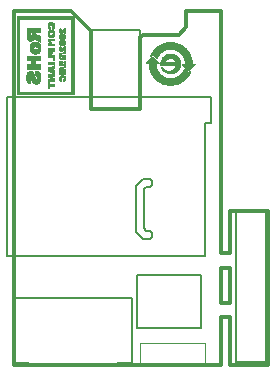
<source format=gbr>
G04 ================== begin FILE IDENTIFICATION RECORD ==================*
G04 Layout Name:  STEVAL-STLCR01V1.brd*
G04 Film Name:    STEVAL-STLCR01V1-08SSB.GBR*
G04 File Format:  Gerber RS274X*
G04 File Origin:  Cadence Allegro 16.5-P002*
G04 Origin Date:  Wed May 18 11:18:33 2016*
G04 *
G04 Layer:  REF DES/SILKSCREEN_BOTTOM*
G04 Layer:  PACKAGE GEOMETRY/SILKSCREEN_BOTTOM*
G04 Layer:  BOARD GEOMETRY/TOOLING_CORNERS*
G04 Layer:  BOARD GEOMETRY/SILKSCREEN_BOTTOM*
G04 *
G04 Offset:    (0.0000 0.0000)*
G04 Mirror:    No*
G04 Mode:      Positive*
G04 Rotation:  0*
G04 FullContactRelief:  No*
G04 UndefLineWidth:     0.1500*
G04 ================== end FILE IDENTIFICATION RECORD ====================*
%FSLAX25Y25*MOMM*%
%IR0*IPPOS*OFA0.00000B0.00000*MIA0B0*SFA1.00000B1.00000*%
%ADD10C,.1*%
%ADD11C,.2*%
%ADD12C,.3*%
%ADD13C,.1524*%
%ADD14C,.15*%
%ADD15C,.0381*%
G75*
%LPD*%
G75*
G36*
G01X343110Y2756080D02*
Y2763950D01*
X284950D01*
Y2744140D01*
X295870Y2732960D01*
X283930Y2721030D01*
Y2701980D01*
X343110D01*
Y2721030D01*
X315940D01*
X327110Y2731950D01*
X314920Y2744140D01*
X343110D01*
Y2756080D01*
G37*
G54D10*
G01X1615000Y190000D02*
X1065000D01*
Y15000D01*
X1615000D01*
Y190000D01*
G54D11*
G01X875010Y20000D02*
X1000000D01*
Y570000D01*
X0D01*
Y20000D01*
X124990D01*
G01X1150000Y1580000D02*
X1090000D01*
X1030000Y1520000D01*
Y1130000D01*
X1090000Y1070000D01*
X1150000D01*
X1170000Y1090000D01*
Y1120000D01*
X1150000Y1140000D01*
X1120000D01*
X1100000Y1160000D01*
Y1490000D01*
X1120000Y1510000D01*
X1150000D01*
X1170000Y1530000D01*
Y1560000D01*
X1150000Y1580000D01*
G54D12*
G01X0Y0D02*
X1750000D01*
Y410000D01*
X1830000D01*
Y0D01*
X2150000D01*
Y1310000D01*
X1830000D01*
Y950000D01*
X1750000D01*
Y3000000D01*
X1460000D01*
Y2860000D01*
X1400000Y2800000D01*
X1090000D01*
X1070000Y2780000D01*
Y2170000D01*
X650000D01*
Y2830000D01*
X480000Y3000000D01*
X0D01*
Y0D01*
G01X1830000Y530000D02*
X1750000D01*
Y820000D01*
X1830000D01*
Y530000D01*
G54D13*
G01X1620000Y1000000D02*
Y2050000D01*
X1670000D01*
Y2275000D01*
X-55000D01*
Y925000D01*
X1620000D01*
Y1000000D01*
G54D14*
G01X655000Y2835000D02*
X1065000D01*
Y2170000D01*
X655000D01*
Y2835000D01*
G01X1040000Y315000D02*
Y765000D01*
X1580000D01*
Y315000D01*
X1040000D01*
G01X1878000Y1295000D02*
Y25000D01*
X2132000D01*
Y1295000D01*
X1878000D01*
G54D15*
G01X147280Y2317420D02*
Y2297100D01*
G01Y2487600D02*
Y2413940D01*
G01X144740Y2317420D02*
Y2297100D01*
G01Y2490140D02*
Y2421560D01*
G01X142200Y2317420D02*
Y2297100D01*
G01Y2490140D02*
Y2431720D01*
G01X139660Y2317420D02*
Y2297100D01*
G01Y2426640D02*
Y2393620D01*
G01X137120Y2317420D02*
Y2297100D01*
G01Y2426640D02*
Y2386000D01*
G01X134580Y2317420D02*
Y2297100D01*
G01Y2429180D02*
Y2386000D01*
G01X132040Y2317420D02*
Y2297100D01*
G01Y2429180D02*
Y2386000D01*
G01X129500Y2317420D02*
Y2297100D01*
G01Y2431720D02*
Y2388540D01*
G01X126960Y2317420D02*
Y2297100D01*
G01Y2434260D02*
Y2388540D01*
G01X124420Y2317420D02*
Y2297100D01*
G01Y2487600D02*
Y2388540D01*
G01X121880Y2317420D02*
Y2297100D01*
G01Y2485060D02*
Y2391080D01*
G01X119340Y2317420D02*
Y2297100D01*
G01Y2485060D02*
Y2391080D01*
G01X116800Y2317420D02*
Y2297100D01*
G01Y2482520D02*
Y2393620D01*
G01X114260Y2317420D02*
Y2297100D01*
G01Y2479980D02*
Y2396160D01*
G01X111720Y2317420D02*
Y2297100D01*
G01Y2477440D02*
Y2398700D01*
G01X109180Y2317420D02*
Y2297100D01*
G01Y2472360D02*
Y2403780D01*
G01X106640Y2317420D02*
Y2297100D01*
G01Y2467280D02*
Y2408860D01*
G01X104100Y2317420D02*
Y2297100D01*
G01Y2457120D02*
Y2419020D01*
G01X101560Y2317420D02*
Y2297100D01*
G01X99020Y2317420D02*
Y2297100D01*
G01X96480Y2317420D02*
Y2297100D01*
G01X93940Y2317420D02*
Y2297100D01*
G01X91400Y2317420D02*
Y2297100D01*
G01X88860Y2317420D02*
Y2297100D01*
G01X86320Y2317420D02*
Y2297100D01*
G01X83780Y2317420D02*
Y2297100D01*
G01X81240Y2317420D02*
Y2297100D01*
G01X78700Y2317420D02*
Y2297100D01*
G01X76160Y2317420D02*
Y2297100D01*
G01X73620Y2317420D02*
Y2297100D01*
G01X71080Y2317420D02*
Y2297100D01*
G01X68540Y2317420D02*
Y2297100D01*
G01X66000Y2317420D02*
Y2297100D01*
G01X63460Y2317420D02*
Y2297100D01*
G01X60920Y2317420D02*
Y2297100D01*
G01X58380Y2317420D02*
Y2297100D01*
G01X55840Y2317420D02*
Y2297100D01*
G01X53300Y2317420D02*
Y2297100D01*
G01X50760Y2317420D02*
Y2297100D01*
G01X48220Y2317420D02*
Y2297100D01*
G01X45680Y2957500D02*
Y2297100D01*
G01X43140Y2957500D02*
Y2297100D01*
G01X40600Y2957500D02*
Y2297100D01*
G01X38060Y2957500D02*
Y2297100D01*
G01X35520Y2957500D02*
Y2297100D01*
G01X32980Y2957500D02*
Y2297100D01*
G01X30440Y2957500D02*
Y2297100D01*
G01X27900Y2957500D02*
Y2297100D01*
G01X147280Y2622220D02*
Y2510460D01*
G01Y2726360D02*
Y2650160D01*
G01Y2792400D02*
Y2749220D01*
G01Y2858440D02*
Y2817800D01*
G01Y2957500D02*
Y2934640D01*
G01X144740Y2551100D02*
Y2510460D01*
G01Y2622220D02*
Y2581580D01*
G01Y2723820D02*
Y2652700D01*
G01Y2789860D02*
Y2749220D01*
G01Y2858440D02*
Y2817800D01*
G01Y2957500D02*
Y2934640D01*
G01X142200Y2551100D02*
Y2510460D01*
G01Y2622220D02*
Y2581580D01*
G01Y2721280D02*
Y2655240D01*
G01Y2789860D02*
Y2749220D01*
G01Y2858440D02*
Y2817800D01*
G01Y2957500D02*
Y2934640D01*
G01X139660Y2490140D02*
Y2441880D01*
G01Y2551100D02*
Y2510460D01*
G01Y2622220D02*
Y2581580D01*
G01Y2716200D02*
Y2657780D01*
G01Y2789860D02*
Y2749220D01*
G01Y2858440D02*
Y2817800D01*
G01Y2957500D02*
Y2934640D01*
G01X137120Y2490140D02*
Y2446960D01*
G01Y2551100D02*
Y2510460D01*
G01Y2622220D02*
Y2581580D01*
G01Y2711120D02*
Y2665400D01*
G01Y2792400D02*
Y2749220D01*
G01Y2858440D02*
Y2817800D01*
G01Y2957500D02*
Y2934640D01*
G01X134580Y2490140D02*
Y2449500D01*
G01Y2551100D02*
Y2510460D01*
G01Y2622220D02*
Y2581580D01*
G01Y2703500D02*
Y2673020D01*
G01Y2797480D02*
Y2749220D01*
G01Y2858440D02*
Y2817800D01*
G01Y2957500D02*
Y2934640D01*
G01X132040Y2490140D02*
Y2449500D01*
G01Y2551100D02*
Y2510460D01*
G01Y2622220D02*
Y2581580D01*
G01Y2858440D02*
Y2749220D01*
G01Y2957500D02*
Y2934640D01*
G01X129500Y2490140D02*
Y2446960D01*
G01Y2551100D02*
Y2510460D01*
G01Y2622220D02*
Y2581580D01*
G01Y2858440D02*
Y2749220D01*
G01Y2957500D02*
Y2934640D01*
G01X126960Y2487600D02*
Y2444420D01*
G01Y2551100D02*
Y2510460D01*
G01Y2622220D02*
Y2581580D01*
G01Y2858440D02*
Y2751760D01*
G01Y2957500D02*
Y2934640D01*
G01X124420Y2551100D02*
Y2510460D01*
G01Y2622220D02*
Y2581580D01*
G01Y2858440D02*
Y2751760D01*
G01Y2957500D02*
Y2934640D01*
G01X121880Y2551100D02*
Y2510460D01*
G01Y2622220D02*
Y2581580D01*
G01Y2858440D02*
Y2754300D01*
G01Y2957500D02*
Y2934640D01*
G01X119340Y2551100D02*
Y2510460D01*
G01Y2622220D02*
Y2581580D01*
G01Y2858440D02*
Y2754300D01*
G01Y2957500D02*
Y2934640D01*
G01X116800Y2551100D02*
Y2510460D01*
G01Y2622220D02*
Y2581580D01*
G01Y2858440D02*
Y2756840D01*
G01Y2957500D02*
Y2934640D01*
G01X114260Y2551100D02*
Y2510460D01*
G01Y2622220D02*
Y2581580D01*
G01Y2858440D02*
Y2759380D01*
G01Y2957500D02*
Y2934640D01*
G01X111720Y2551100D02*
Y2510460D01*
G01Y2622220D02*
Y2581580D01*
G01Y2858440D02*
Y2761920D01*
G01Y2957500D02*
Y2934640D01*
G01X109180Y2551100D02*
Y2510460D01*
G01Y2622220D02*
Y2581580D01*
G01Y2858440D02*
Y2767000D01*
G01Y2957500D02*
Y2934640D01*
G01X106640Y2551100D02*
Y2510460D01*
G01Y2622220D02*
Y2581580D01*
G01Y2858440D02*
Y2774620D01*
G01Y2957500D02*
Y2934640D01*
G01X104100Y2957500D02*
Y2934640D01*
G01X101560Y2957500D02*
Y2934640D01*
G01X99020Y2957500D02*
Y2934640D01*
G01X96480Y2957500D02*
Y2934640D01*
G01X93940Y2957500D02*
Y2934640D01*
G01X91400Y2957500D02*
Y2934640D01*
G01X88860Y2957500D02*
Y2934640D01*
G01X86320Y2957500D02*
Y2934640D01*
G01X83780Y2957500D02*
Y2934640D01*
G01X81240Y2957500D02*
Y2934640D01*
G01X78700Y2957500D02*
Y2934640D01*
G01X76160Y2957500D02*
Y2934640D01*
G01X73620Y2957500D02*
Y2934640D01*
G01X71080Y2957500D02*
Y2934640D01*
G01X68540Y2957500D02*
Y2934640D01*
G01X66000Y2957500D02*
Y2934640D01*
G01X63460Y2957500D02*
Y2934640D01*
G01X60920Y2957500D02*
Y2934640D01*
G01X58380Y2957500D02*
Y2934640D01*
G01X55840Y2957500D02*
Y2934640D01*
G01X53300Y2957500D02*
Y2934640D01*
G01X50760Y2957500D02*
Y2934640D01*
G01X48220Y2957500D02*
Y2934640D01*
G01X472400Y2317420D02*
Y2297100D01*
G01X469860Y2317420D02*
Y2297100D01*
G01X467320Y2317420D02*
Y2297100D01*
G01X464780Y2317420D02*
Y2297100D01*
G01X462240Y2317420D02*
Y2297100D01*
G01X459700Y2317420D02*
Y2297100D01*
G01X457160Y2317420D02*
Y2297100D01*
G01X454620Y2317420D02*
Y2297100D01*
G01X452080Y2317420D02*
Y2297100D01*
G01X449540Y2317420D02*
Y2297100D01*
G01X447000Y2317420D02*
Y2297100D01*
G01X444460Y2317420D02*
Y2297100D01*
G01X441920Y2317420D02*
Y2297100D01*
G01X439380Y2317420D02*
Y2297100D01*
G01X436840Y2317420D02*
Y2297100D01*
G01X434300Y2317420D02*
Y2297100D01*
G01Y2434260D02*
Y2421560D01*
G01X431760Y2317420D02*
Y2297100D01*
G01Y2441880D02*
Y2413940D01*
G01X429220Y2317420D02*
Y2297100D01*
G01Y2446960D02*
Y2411400D01*
G01X426680Y2317420D02*
Y2297100D01*
G01Y2446960D02*
Y2408860D01*
G01X424140Y2317420D02*
Y2297100D01*
G01Y2449500D02*
Y2406320D01*
G01X421600Y2317420D02*
Y2297100D01*
G01Y2424100D02*
Y2406320D01*
G01X419060Y2317420D02*
Y2297100D01*
G01Y2421560D02*
Y2403780D01*
G01X416520Y2317420D02*
Y2297100D01*
G01Y2421560D02*
Y2408860D01*
G01X413980Y2317420D02*
Y2297100D01*
G01Y2421560D02*
Y2419020D01*
G01X411440Y2317420D02*
Y2297100D01*
G01X408900Y2317420D02*
Y2297100D01*
G01X406360Y2317420D02*
Y2297100D01*
G01X403820Y2317420D02*
Y2297100D01*
G01X401280Y2317420D02*
Y2297100D01*
G01X398740Y2317420D02*
Y2297100D01*
G01Y2421560D02*
Y2419020D01*
G01X396200Y2317420D02*
Y2297100D01*
G01Y2421560D02*
Y2406320D01*
G01X393660Y2317420D02*
Y2297100D01*
G01Y2424100D02*
Y2406320D01*
G01X391120Y2317420D02*
Y2297100D01*
G01Y2449500D02*
Y2406320D01*
G01X388580Y2317420D02*
Y2297100D01*
G01Y2449500D02*
Y2408860D01*
G01X386040Y2317420D02*
Y2297100D01*
G01Y2446960D02*
Y2411400D01*
G01X383500Y2317420D02*
Y2297100D01*
G01Y2441880D02*
Y2413940D01*
G01X380960Y2317420D02*
Y2297100D01*
G01Y2434260D02*
Y2421560D01*
G01X378420Y2317420D02*
Y2297100D01*
G01X375880Y2317420D02*
Y2297100D01*
G01X373340Y2317420D02*
Y2297100D01*
G01X370800Y2317420D02*
Y2297100D01*
G01X368260Y2317420D02*
Y2297100D01*
G01X365720Y2317420D02*
Y2297100D01*
G01X363180Y2317420D02*
Y2297100D01*
G01X360640Y2317420D02*
Y2297100D01*
G01X358100Y2317420D02*
Y2297100D01*
G01X355560Y2317420D02*
Y2297100D01*
G01X353020Y2317420D02*
Y2297100D01*
G01X350480Y2317420D02*
Y2297100D01*
G01X347940Y2317420D02*
Y2297100D01*
G01X345400Y2317420D02*
Y2297100D01*
G01X342860Y2317420D02*
Y2297100D01*
G01X340320Y2317420D02*
Y2297100D01*
G01X342350Y2381680D02*
Y2361360D01*
G01Y2424860D02*
Y2407080D01*
G01X337780Y2317420D02*
Y2297100D01*
G01X339810Y2381680D02*
Y2361360D01*
G01Y2427400D02*
Y2407080D01*
G01X335240Y2317420D02*
Y2297100D01*
G01X337270Y2381680D02*
Y2361360D01*
G01Y2429940D02*
Y2407080D01*
G01X332700Y2317420D02*
Y2297100D01*
G01X334730Y2381680D02*
Y2361360D01*
G01Y2429940D02*
Y2407080D01*
G01X330160Y2317420D02*
Y2297100D01*
G01X332190Y2381680D02*
Y2361360D01*
G01Y2432480D02*
Y2407080D01*
G01X327620Y2317420D02*
Y2297100D01*
G01X329650Y2381680D02*
Y2361360D01*
G01Y2435020D02*
Y2407080D01*
G01X325080Y2317420D02*
Y2297100D01*
G01X327110Y2381680D02*
Y2361360D01*
G01Y2435020D02*
Y2407080D01*
G01X322540Y2317420D02*
Y2297100D01*
G01X324570Y2381680D02*
Y2361360D01*
G01Y2437560D02*
Y2407080D01*
G01X320000Y2317420D02*
Y2297100D01*
G01X322030Y2381680D02*
Y2361360D01*
G01Y2440100D02*
Y2407080D01*
G01X317460Y2317420D02*
Y2297100D01*
G01X319490Y2381680D02*
Y2361360D01*
G01Y2442640D02*
Y2407080D01*
G01X314920Y2317420D02*
Y2297100D01*
G01X316950Y2381680D02*
Y2361360D01*
G01Y2442640D02*
Y2407080D01*
G01X312380Y2317420D02*
Y2297100D01*
G01X314410Y2381680D02*
Y2361360D01*
G01Y2424860D02*
Y2407080D01*
G01Y2445180D02*
Y2427400D01*
G01X309840Y2317420D02*
Y2297100D01*
G01X311870Y2381680D02*
Y2361360D01*
G01Y2424860D02*
Y2407080D01*
G01Y2465500D02*
Y2429940D01*
G01X307300Y2317420D02*
Y2297100D01*
G01X309330Y2381680D02*
Y2361360D01*
G01Y2424860D02*
Y2407080D01*
G01Y2465500D02*
Y2429940D01*
G01X304760Y2317420D02*
Y2297100D01*
G01X306790Y2381680D02*
Y2361360D01*
G01Y2424860D02*
Y2407080D01*
G01Y2465500D02*
Y2432480D01*
G01X302220Y2317420D02*
Y2297100D01*
G01X304250Y2381680D02*
Y2361360D01*
G01Y2424860D02*
Y2407080D01*
G01X299680Y2317420D02*
Y2297100D01*
G01X301710Y2381680D02*
Y2361360D01*
G01Y2424860D02*
Y2407080D01*
G01X297140Y2317420D02*
Y2297100D01*
G01X299170Y2381680D02*
Y2361360D01*
G01Y2424860D02*
Y2407080D01*
G01X294600Y2317420D02*
Y2297100D01*
G01X296630Y2399460D02*
Y2343580D01*
G01Y2424860D02*
Y2407080D01*
G01X292060Y2317420D02*
Y2297100D01*
G01X294090Y2399460D02*
Y2343580D01*
G01Y2424860D02*
Y2407080D01*
G01X289520Y2317420D02*
Y2297100D01*
G01X291550Y2399460D02*
Y2343580D01*
G01Y2424860D02*
Y2407080D01*
G01X286980Y2317420D02*
Y2297100D01*
G01X289010Y2399460D02*
Y2343580D01*
G01Y2424860D02*
Y2407080D01*
G01X284440Y2317420D02*
Y2297100D01*
G01X286470Y2399460D02*
Y2343580D01*
G01Y2424860D02*
Y2407080D01*
G01X281900Y2317420D02*
Y2297100D01*
G01X279360Y2317420D02*
Y2297100D01*
G01X276820Y2317420D02*
Y2297100D01*
G01X274280Y2317420D02*
Y2297100D01*
G01X271740Y2317420D02*
Y2297100D01*
G01X269200Y2317420D02*
Y2297100D01*
G01X266660Y2317420D02*
Y2297100D01*
G01X264120Y2317420D02*
Y2297100D01*
G01X261580Y2317420D02*
Y2297100D01*
G01X259040Y2317420D02*
Y2297100D01*
G01X256500Y2317420D02*
Y2297100D01*
G01X253960Y2317420D02*
Y2297100D01*
G01X251420Y2317420D02*
Y2297100D01*
G01X248880Y2317420D02*
Y2297100D01*
G01X246340Y2317420D02*
Y2297100D01*
G01X243800Y2317420D02*
Y2297100D01*
G01X241260Y2317420D02*
Y2297100D01*
G01X238720Y2317420D02*
Y2297100D01*
G01X236180Y2317420D02*
Y2297100D01*
G01X233640Y2317420D02*
Y2297100D01*
G01X231100Y2317420D02*
Y2297100D01*
G01X228560Y2317420D02*
Y2297100D01*
G01X226020Y2317420D02*
Y2297100D01*
G01X223480Y2317420D02*
Y2297100D01*
G01Y2459660D02*
Y2419020D01*
G01X220940Y2317420D02*
Y2297100D01*
G01Y2467280D02*
Y2411400D01*
G01X218400Y2317420D02*
Y2297100D01*
G01Y2474900D02*
Y2406320D01*
G01X215860Y2317420D02*
Y2297100D01*
G01Y2477440D02*
Y2401240D01*
G01X213320Y2317420D02*
Y2297100D01*
G01Y2482520D02*
Y2398700D01*
G01X210780Y2317420D02*
Y2297100D01*
G01Y2482520D02*
Y2393620D01*
G01X208240Y2317420D02*
Y2297100D01*
G01Y2485060D02*
Y2393620D01*
G01X205700Y2317420D02*
Y2297100D01*
G01Y2487600D02*
Y2391080D01*
G01X203160Y2317420D02*
Y2297100D01*
G01Y2490140D02*
Y2388540D01*
G01X200620Y2317420D02*
Y2297100D01*
G01Y2490140D02*
Y2388540D01*
G01X198080Y2317420D02*
Y2297100D01*
G01Y2492680D02*
Y2386000D01*
G01X195540Y2317420D02*
Y2297100D01*
G01Y2431720D02*
Y2386000D01*
G01X193000Y2317420D02*
Y2297100D01*
G01Y2426640D02*
Y2383460D01*
G01X190460Y2317420D02*
Y2297100D01*
G01Y2426640D02*
Y2383460D01*
G01X187920Y2317420D02*
Y2297100D01*
G01Y2424100D02*
Y2383460D01*
G01X185380Y2317420D02*
Y2297100D01*
G01Y2424100D02*
Y2383460D01*
G01X182840Y2317420D02*
Y2297100D01*
G01Y2424100D02*
Y2383460D01*
G01X180300Y2317420D02*
Y2297100D01*
G01Y2426640D02*
Y2383460D01*
G01X177760Y2317420D02*
Y2297100D01*
G01Y2431720D02*
Y2383460D01*
G01X175220Y2317420D02*
Y2297100D01*
G01Y2436800D02*
Y2383460D01*
G01X172680Y2317420D02*
Y2297100D01*
G01Y2449500D02*
Y2386000D01*
G01X170140Y2317420D02*
Y2297100D01*
G01Y2457120D02*
Y2386000D01*
G01X167600Y2317420D02*
Y2297100D01*
G01Y2464740D02*
Y2386000D01*
G01X165060Y2317420D02*
Y2297100D01*
G01Y2469820D02*
Y2388540D01*
G01X162520Y2317420D02*
Y2297100D01*
G01Y2474900D02*
Y2391080D01*
G01X159980Y2317420D02*
Y2297100D01*
G01Y2479980D02*
Y2391080D01*
G01X157440Y2317420D02*
Y2297100D01*
G01Y2482520D02*
Y2393620D01*
G01X154900Y2317420D02*
Y2297100D01*
G01Y2485060D02*
Y2398700D01*
G01X152360Y2317420D02*
Y2297100D01*
G01Y2485060D02*
Y2401240D01*
G01X149820Y2317420D02*
Y2297100D01*
G01Y2487600D02*
Y2406320D01*
G01X507960Y2957500D02*
Y2297100D01*
G01X505420Y2957500D02*
Y2297100D01*
G01X502880Y2957500D02*
Y2297100D01*
G01X500340Y2957500D02*
Y2297100D01*
G01X497800Y2957500D02*
Y2297100D01*
G01X495260Y2957500D02*
Y2297100D01*
G01X492720Y2957500D02*
Y2297100D01*
G01X490180Y2957500D02*
Y2297100D01*
G01X487640Y2957500D02*
Y2297100D01*
G01X485100Y2957500D02*
Y2297100D01*
G01X482560Y2957500D02*
Y2297100D01*
G01X480020Y2317420D02*
Y2297100D01*
G01X477480Y2317420D02*
Y2297100D01*
G01X474940Y2317420D02*
Y2297100D01*
G01X472400Y2957500D02*
Y2934640D01*
G01X469860Y2957500D02*
Y2934640D01*
G01X467320Y2957500D02*
Y2934640D01*
G01X464780Y2957500D02*
Y2934640D01*
G01X462240Y2957500D02*
Y2934640D01*
G01X459700Y2957500D02*
Y2934640D01*
G01X457160Y2957500D02*
Y2934640D01*
G01X454620Y2957500D02*
Y2934640D01*
G01X452080Y2957500D02*
Y2934640D01*
G01X449540Y2957500D02*
Y2934640D01*
G01X447000Y2957500D02*
Y2934640D01*
G01X444460Y2957500D02*
Y2934640D01*
G01X441920Y2957500D02*
Y2934640D01*
G01X439380Y2957500D02*
Y2934640D01*
G01X436840Y2957500D02*
Y2934640D01*
G01X434300Y2507920D02*
Y2462200D01*
G01Y2533320D02*
Y2525700D01*
G01Y2566340D02*
Y2553640D01*
G01Y2619680D02*
Y2606980D01*
G01Y2655240D02*
Y2647620D01*
G01Y2703500D02*
Y2660320D01*
G01Y2739060D02*
Y2726360D01*
G01Y2789860D02*
Y2777160D01*
G01Y2855900D02*
Y2812720D01*
G01Y2957500D02*
Y2934640D01*
G01X431760Y2507920D02*
Y2462200D01*
G01Y2530780D02*
Y2525700D01*
G01Y2573960D02*
Y2546020D01*
G01Y2624760D02*
Y2599360D01*
G01Y2652700D02*
Y2647620D01*
G01Y2700960D02*
Y2660320D01*
G01Y2744140D02*
Y2718740D01*
G01Y2794940D02*
Y2769540D01*
G01Y2853360D02*
Y2812720D01*
G01Y2957500D02*
Y2934640D01*
G01X429220Y2507920D02*
Y2462200D01*
G01Y2530780D02*
Y2525700D01*
G01Y2576500D02*
Y2543480D01*
G01Y2627300D02*
Y2596820D01*
G01Y2652700D02*
Y2647620D01*
G01Y2700960D02*
Y2660320D01*
G01Y2749220D02*
Y2716200D01*
G01Y2800020D02*
Y2767000D01*
G01Y2853360D02*
Y2812720D01*
G01Y2957500D02*
Y2934640D01*
G01X426680Y2507920D02*
Y2462200D01*
G01Y2530780D02*
Y2523160D01*
G01Y2579040D02*
Y2543480D01*
G01Y2629840D02*
Y2594280D01*
G01Y2652700D02*
Y2645080D01*
G01Y2700960D02*
Y2660320D01*
G01Y2749220D02*
Y2716200D01*
G01Y2800020D02*
Y2767000D01*
G01Y2853360D02*
Y2812720D01*
G01Y2957500D02*
Y2934640D01*
G01X424140Y2507920D02*
Y2462200D01*
G01Y2530780D02*
Y2523160D01*
G01Y2556180D02*
Y2540940D01*
G01Y2579040D02*
Y2563800D01*
G01Y2606980D02*
Y2594280D01*
G01Y2629840D02*
Y2617140D01*
G01Y2652700D02*
Y2645080D01*
G01Y2698420D02*
Y2660320D01*
G01Y2728900D02*
Y2713660D01*
G01Y2751760D02*
Y2736520D01*
G01Y2779700D02*
Y2764460D01*
G01Y2802560D02*
Y2787320D01*
G01Y2850820D02*
Y2812720D01*
G01Y2957500D02*
Y2934640D01*
G01X421600Y2452040D02*
Y2434260D01*
G01Y2507920D02*
Y2490140D01*
G01Y2528240D02*
Y2523160D01*
G01Y2553640D02*
Y2540940D01*
G01Y2579040D02*
Y2566340D01*
G01Y2606980D02*
Y2591740D01*
G01Y2622220D02*
Y2617140D01*
G01Y2650160D02*
Y2645080D01*
G01Y2698420D02*
Y2683180D01*
G01Y2726360D02*
Y2713660D01*
G01Y2751760D02*
Y2739060D01*
G01Y2777160D02*
Y2764460D01*
G01Y2802560D02*
Y2789860D01*
G01Y2850820D02*
Y2835580D01*
G01Y2957500D02*
Y2934640D01*
G01X419060Y2452040D02*
Y2436800D01*
G01Y2507920D02*
Y2490140D01*
G01Y2528240D02*
Y2523160D01*
G01Y2553640D02*
Y2538400D01*
G01Y2568880D02*
Y2566340D01*
G01Y2604440D02*
Y2591740D01*
G01Y2650160D02*
Y2645080D01*
G01Y2695880D02*
Y2680640D01*
G01Y2726360D02*
Y2713660D01*
G01Y2751760D02*
Y2739060D01*
G01Y2777160D02*
Y2764460D01*
G01Y2802560D02*
Y2789860D01*
G01Y2848280D02*
Y2833040D01*
G01Y2957500D02*
Y2934640D01*
G01X416520Y2452040D02*
Y2436800D01*
G01Y2507920D02*
Y2490140D01*
G01Y2528240D02*
Y2523160D01*
G01Y2553640D02*
Y2538400D01*
G01Y2604440D02*
Y2591740D01*
G01Y2650160D02*
Y2645080D01*
G01Y2693340D02*
Y2675560D01*
G01Y2726360D02*
Y2713660D01*
G01Y2751760D02*
Y2739060D01*
G01Y2777160D02*
Y2764460D01*
G01Y2802560D02*
Y2789860D01*
G01Y2845740D02*
Y2827960D01*
G01Y2957500D02*
Y2934640D01*
G01X413980Y2452040D02*
Y2436800D01*
G01Y2507920D02*
Y2490140D01*
G01Y2528240D02*
Y2520620D01*
G01Y2553640D02*
Y2538400D01*
G01Y2604440D02*
Y2589200D01*
G01Y2619680D02*
Y2612060D01*
G01Y2650160D02*
Y2642540D01*
G01Y2690800D02*
Y2673020D01*
G01Y2726360D02*
Y2711120D01*
G01Y2754300D02*
Y2739060D01*
G01Y2777160D02*
Y2761920D01*
G01Y2805100D02*
Y2789860D01*
G01Y2843200D02*
Y2825420D01*
G01Y2957500D02*
Y2934640D01*
G01X411440Y2454580D02*
Y2436800D01*
G01Y2507920D02*
Y2464740D01*
G01Y2528240D02*
Y2520620D01*
G01Y2553640D02*
Y2538400D01*
G01Y2604440D02*
Y2589200D01*
G01Y2624760D02*
Y2606980D01*
G01Y2650160D02*
Y2642540D01*
G01Y2688260D02*
Y2670480D01*
G01Y2726360D02*
Y2711120D01*
G01Y2754300D02*
Y2739060D01*
G01Y2777160D02*
Y2761920D01*
G01Y2805100D02*
Y2789860D01*
G01Y2840660D02*
Y2822880D01*
G01Y2957500D02*
Y2934640D01*
G01X408900Y2454580D02*
Y2436800D01*
G01Y2507920D02*
Y2464740D01*
G01Y2525700D02*
Y2520620D01*
G01Y2556180D02*
Y2540940D01*
G01Y2576500D02*
Y2563800D01*
G01Y2627300D02*
Y2589200D01*
G01Y2647620D02*
Y2642540D01*
G01Y2683180D02*
Y2667940D01*
G01Y2726360D02*
Y2711120D01*
G01Y2754300D02*
Y2739060D01*
G01Y2777160D02*
Y2761920D01*
G01Y2805100D02*
Y2789860D01*
G01Y2835580D02*
Y2820340D01*
G01Y2957500D02*
Y2934640D01*
G01X406360Y2454580D02*
Y2436800D01*
G01Y2507920D02*
Y2464740D01*
G01Y2525700D02*
Y2520620D01*
G01Y2576500D02*
Y2540940D01*
G01Y2629840D02*
Y2589200D01*
G01Y2647620D02*
Y2642540D01*
G01Y2680640D02*
Y2665400D01*
G01Y2726360D02*
Y2711120D01*
G01Y2754300D02*
Y2739060D01*
G01Y2777160D02*
Y2761920D01*
G01Y2805100D02*
Y2789860D01*
G01Y2833040D02*
Y2817800D01*
G01Y2957500D02*
Y2934640D01*
G01X403820Y2454580D02*
Y2436800D01*
G01Y2507920D02*
Y2464740D01*
G01Y2525700D02*
Y2518080D01*
G01Y2576500D02*
Y2543480D01*
G01Y2606980D02*
Y2589200D01*
G01Y2629840D02*
Y2614600D01*
G01Y2647620D02*
Y2640000D01*
G01Y2678100D02*
Y2662860D01*
G01Y2726360D02*
Y2711120D01*
G01Y2754300D02*
Y2739060D01*
G01Y2777160D02*
Y2761920D01*
G01Y2805100D02*
Y2789860D01*
G01Y2830500D02*
Y2815260D01*
G01Y2957500D02*
Y2934640D01*
G01X401280Y2454580D02*
Y2436800D01*
G01Y2507920D02*
Y2464740D01*
G01Y2525700D02*
Y2518080D01*
G01Y2576500D02*
Y2546020D01*
G01Y2604440D02*
Y2589200D01*
G01Y2632380D02*
Y2617140D01*
G01Y2647620D02*
Y2640000D01*
G01Y2675560D02*
Y2662860D01*
G01Y2726360D02*
Y2711120D01*
G01Y2754300D02*
Y2739060D01*
G01Y2777160D02*
Y2761920D01*
G01Y2805100D02*
Y2789860D01*
G01Y2827960D02*
Y2815260D01*
G01Y2957500D02*
Y2934640D01*
G01X398740Y2452040D02*
Y2436800D01*
G01Y2507920D02*
Y2490140D01*
G01Y2523160D02*
Y2518080D01*
G01Y2558720D02*
Y2551100D01*
G01Y2576500D02*
Y2563800D01*
G01Y2604440D02*
Y2591740D01*
G01Y2632380D02*
Y2617140D01*
G01Y2645080D02*
Y2640000D01*
G01Y2675560D02*
Y2660320D01*
G01Y2726360D02*
Y2713660D01*
G01Y2751760D02*
Y2739060D01*
G01Y2777160D02*
Y2764460D01*
G01Y2802560D02*
Y2789860D01*
G01Y2827960D02*
Y2812720D01*
G01Y2957500D02*
Y2934640D01*
G01X396200Y2452040D02*
Y2434260D01*
G01Y2507920D02*
Y2490140D01*
G01Y2523160D02*
Y2518080D01*
G01Y2576500D02*
Y2563800D01*
G01Y2604440D02*
Y2591740D01*
G01Y2632380D02*
Y2617140D01*
G01Y2645080D02*
Y2640000D01*
G01Y2675560D02*
Y2660320D01*
G01Y2693340D02*
Y2688260D01*
G01Y2726360D02*
Y2713660D01*
G01Y2751760D02*
Y2739060D01*
G01Y2777160D02*
Y2764460D01*
G01Y2802560D02*
Y2789860D01*
G01Y2827960D02*
Y2812720D01*
G01Y2845740D02*
Y2840660D01*
G01Y2957500D02*
Y2934640D01*
G01X393660Y2452040D02*
Y2434260D01*
G01Y2507920D02*
Y2490140D01*
G01Y2523160D02*
Y2518080D01*
G01Y2576500D02*
Y2563800D01*
G01Y2604440D02*
Y2591740D01*
G01Y2632380D02*
Y2617140D01*
G01Y2645080D02*
Y2640000D01*
G01Y2675560D02*
Y2660320D01*
G01Y2703500D02*
Y2688260D01*
G01Y2726360D02*
Y2713660D01*
G01Y2751760D02*
Y2739060D01*
G01Y2777160D02*
Y2764460D01*
G01Y2802560D02*
Y2789860D01*
G01Y2827960D02*
Y2812720D01*
G01Y2855900D02*
Y2840660D01*
G01Y2957500D02*
Y2934640D01*
G01X391120Y2507920D02*
Y2462200D01*
G01Y2523160D02*
Y2515540D01*
G01Y2573960D02*
Y2540940D01*
G01Y2606980D02*
Y2591740D01*
G01Y2629840D02*
Y2614600D01*
G01Y2645080D02*
Y2637460D01*
G01Y2678100D02*
Y2662860D01*
G01Y2700960D02*
Y2685720D01*
G01Y2728900D02*
Y2713660D01*
G01Y2751760D02*
Y2736520D01*
G01Y2779700D02*
Y2764460D01*
G01Y2802560D02*
Y2787320D01*
G01Y2830500D02*
Y2815260D01*
G01Y2853360D02*
Y2838120D01*
G01Y2957500D02*
Y2934640D01*
G01X388580Y2507920D02*
Y2462200D01*
G01Y2523160D02*
Y2515540D01*
G01Y2573960D02*
Y2540940D01*
G01Y2629840D02*
Y2594280D01*
G01Y2645080D02*
Y2637460D01*
G01Y2700960D02*
Y2662860D01*
G01Y2749220D02*
Y2716200D01*
G01Y2800020D02*
Y2767000D01*
G01Y2853360D02*
Y2815260D01*
G01Y2957500D02*
Y2934640D01*
G01X386040Y2507920D02*
Y2462200D01*
G01Y2520620D02*
Y2515540D01*
G01Y2573960D02*
Y2540940D01*
G01Y2627300D02*
Y2596820D01*
G01Y2642540D02*
Y2637460D01*
G01Y2698420D02*
Y2665400D01*
G01Y2749220D02*
Y2716200D01*
G01Y2800020D02*
Y2767000D01*
G01Y2850820D02*
Y2817800D01*
G01Y2957500D02*
Y2934640D01*
G01X383500Y2507920D02*
Y2462200D01*
G01Y2520620D02*
Y2515540D01*
G01Y2573960D02*
Y2540940D01*
G01Y2624760D02*
Y2599360D01*
G01Y2642540D02*
Y2637460D01*
G01Y2695880D02*
Y2667940D01*
G01Y2744140D02*
Y2721280D01*
G01Y2794940D02*
Y2772080D01*
G01Y2848280D02*
Y2820340D01*
G01Y2957500D02*
Y2934640D01*
G01X380960Y2507920D02*
Y2462200D01*
G01Y2520620D02*
Y2513000D01*
G01Y2573960D02*
Y2540940D01*
G01Y2617140D02*
Y2606980D01*
G01Y2642540D02*
Y2634920D01*
G01Y2688260D02*
Y2675560D01*
G01Y2739060D02*
Y2726360D01*
G01Y2789860D02*
Y2777160D01*
G01Y2840660D02*
Y2827960D01*
G01Y2957500D02*
Y2934640D01*
G01X378420Y2957500D02*
Y2934640D01*
G01X375880Y2957500D02*
Y2934640D01*
G01X373340Y2957500D02*
Y2934640D01*
G01X370800Y2957500D02*
Y2934640D01*
G01X368260Y2957500D02*
Y2934640D01*
G01X365720Y2957500D02*
Y2934640D01*
G01X363180Y2957500D02*
Y2934640D01*
G01X360640Y2957500D02*
Y2934640D01*
G01X358100Y2957500D02*
Y2934640D01*
G01X355560Y2957500D02*
Y2934640D01*
G01X353020Y2957500D02*
Y2934640D01*
G01X350480Y2957500D02*
Y2934640D01*
G01X347940Y2957500D02*
Y2934640D01*
G01X345400Y2957500D02*
Y2934640D01*
G01X342860Y2957500D02*
Y2934640D01*
G01X342350Y2465500D02*
Y2447720D01*
G01X341340Y2493440D02*
Y2473120D01*
G01Y2539160D02*
Y2518840D01*
G01Y2570400D02*
Y2550080D01*
G01Y2626280D02*
Y2580560D01*
G01Y2684700D02*
Y2664380D01*
G01Y2821610D02*
Y2798750D01*
G01Y2887650D02*
Y2864790D01*
G01X340320Y2957500D02*
Y2934640D01*
G01X339810Y2465500D02*
Y2447720D01*
G01X338800Y2495980D02*
Y2475660D01*
G01Y2536620D02*
Y2516300D01*
G01Y2570400D02*
Y2550080D01*
G01Y2626280D02*
Y2580560D01*
G01Y2684700D02*
Y2664380D01*
G01Y2826690D02*
Y2791130D01*
G01Y2892730D02*
Y2857170D01*
G01X337780Y2957500D02*
Y2934640D01*
G01X337270Y2465500D02*
Y2447720D01*
G01X336260Y2495980D02*
Y2475660D01*
G01Y2536620D02*
Y2516300D01*
G01Y2570400D02*
Y2550080D01*
G01Y2626280D02*
Y2580560D01*
G01Y2684700D02*
Y2664380D01*
G01Y2831770D02*
Y2788590D01*
G01Y2895270D02*
Y2854630D01*
G01X335240Y2957500D02*
Y2934640D01*
G01X334730Y2465500D02*
Y2447720D01*
G01X333720Y2495980D02*
Y2475660D01*
G01Y2536620D02*
Y2516300D01*
G01Y2570400D02*
Y2550080D01*
G01Y2626280D02*
Y2580560D01*
G01Y2684700D02*
Y2664380D01*
G01Y2834310D02*
Y2786050D01*
G01Y2897810D02*
Y2852090D01*
G01X332700Y2957500D02*
Y2934640D01*
G01X332190Y2465500D02*
Y2447720D01*
G01X331180Y2534080D02*
Y2478200D01*
G01Y2570400D02*
Y2550080D01*
G01Y2626280D02*
Y2580560D01*
G01Y2684700D02*
Y2664380D01*
G01Y2836850D02*
Y2783510D01*
G01Y2900350D02*
Y2852090D01*
G01X330160Y2957500D02*
Y2934640D01*
G01X329650Y2465500D02*
Y2447720D01*
G01X328640Y2534080D02*
Y2478200D01*
G01Y2570400D02*
Y2550080D01*
G01Y2626280D02*
Y2580560D01*
G01Y2684700D02*
Y2664380D01*
G01Y2803830D02*
Y2783510D01*
G01Y2836850D02*
Y2813990D01*
G01Y2872410D02*
Y2849550D01*
G01Y2900350D02*
Y2880030D01*
G01X327620Y2957500D02*
Y2934640D01*
G01X327110Y2465500D02*
Y2447720D01*
G01X326100Y2534080D02*
Y2478200D01*
G01Y2570400D02*
Y2550080D01*
G01Y2626280D02*
Y2605960D01*
G01Y2684700D02*
Y2664380D01*
G01Y2801290D02*
Y2780970D01*
G01Y2839390D02*
Y2819070D01*
G01Y2869870D02*
Y2849550D01*
G01Y2902890D02*
Y2882570D01*
G01X325080Y2957500D02*
Y2934640D01*
G01X324570Y2465500D02*
Y2447720D01*
G01X323560Y2531540D02*
Y2480740D01*
G01Y2570400D02*
Y2550080D01*
G01Y2626280D02*
Y2605960D01*
G01Y2684700D02*
Y2664380D01*
G01Y2798750D02*
Y2780970D01*
G01Y2839390D02*
Y2821610D01*
G01Y2867330D02*
Y2847010D01*
G01Y2902890D02*
Y2885110D01*
G01X322540Y2957500D02*
Y2934640D01*
G01X322030Y2465500D02*
Y2447720D01*
G01X321020Y2531540D02*
Y2480740D01*
G01Y2570400D02*
Y2550080D01*
G01Y2626280D02*
Y2605960D01*
G01Y2684700D02*
Y2646600D01*
G01Y2798750D02*
Y2780970D01*
G01Y2839390D02*
Y2821610D01*
G01Y2867330D02*
Y2852090D01*
G01Y2902890D02*
Y2885110D01*
G01X320000Y2957500D02*
Y2934640D01*
G01X319490Y2465500D02*
Y2447720D01*
G01X318480Y2531540D02*
Y2480740D01*
G01Y2570400D02*
Y2550080D01*
G01Y2626280D02*
Y2605960D01*
G01Y2684700D02*
Y2641520D01*
G01Y2798750D02*
Y2778430D01*
G01Y2841930D02*
Y2821610D01*
G01Y2867330D02*
Y2859710D01*
G01Y2905430D02*
Y2885110D01*
G01X317460Y2957500D02*
Y2934640D01*
G01X316950Y2465500D02*
Y2447720D01*
G01X315940Y2501060D02*
Y2483280D01*
G01Y2529000D02*
Y2511220D01*
G01Y2570400D02*
Y2550080D01*
G01Y2626280D02*
Y2605960D01*
G01Y2684700D02*
Y2638980D01*
G01Y2798750D02*
Y2778430D01*
G01Y2841930D02*
Y2821610D01*
G01Y2905430D02*
Y2885110D01*
G01X314920Y2957500D02*
Y2934640D01*
G01X314410Y2465500D02*
Y2447720D01*
G01X313400Y2501060D02*
Y2483280D01*
G01Y2529000D02*
Y2511220D01*
G01Y2570400D02*
Y2550080D01*
G01Y2626280D02*
Y2605960D01*
G01Y2684700D02*
Y2636440D01*
G01Y2798750D02*
Y2778430D01*
G01Y2841930D02*
Y2821610D01*
G01Y2905430D02*
Y2885110D01*
G01X312380Y2957500D02*
Y2934640D01*
G01X310860Y2503600D02*
Y2483280D01*
G01Y2529000D02*
Y2508680D01*
G01Y2570400D02*
Y2550080D01*
G01Y2626280D02*
Y2605960D01*
G01Y2684700D02*
Y2636440D01*
G01Y2798750D02*
Y2778430D01*
G01Y2841930D02*
Y2821610D01*
G01Y2905430D02*
Y2885110D01*
G01X309840Y2957500D02*
Y2934640D01*
G01X308320Y2503600D02*
Y2485820D01*
G01Y2526460D02*
Y2508680D01*
G01Y2570400D02*
Y2550080D01*
G01Y2626280D02*
Y2605960D01*
G01Y2656760D02*
Y2636440D01*
G01Y2684700D02*
Y2664380D01*
G01Y2798750D02*
Y2778430D01*
G01Y2841930D02*
Y2821610D01*
G01Y2905430D02*
Y2885110D01*
G01X307300Y2957500D02*
Y2934640D01*
G01X305780Y2503600D02*
Y2485820D01*
G01Y2526460D02*
Y2508680D01*
G01Y2570400D02*
Y2550080D01*
G01Y2626280D02*
Y2605960D01*
G01Y2654220D02*
Y2633900D01*
G01Y2684700D02*
Y2664380D01*
G01Y2798750D02*
Y2780970D01*
G01Y2839390D02*
Y2821610D01*
G01Y2867330D02*
Y2859710D01*
G01Y2902890D02*
Y2885110D01*
G01X304760Y2957500D02*
Y2934640D01*
G01X304250Y2465500D02*
Y2435020D01*
G01X303240Y2526460D02*
Y2485820D01*
G01Y2570400D02*
Y2550080D01*
G01Y2626280D02*
Y2605960D01*
G01Y2654220D02*
Y2633900D01*
G01Y2684700D02*
Y2664380D01*
G01Y2798750D02*
Y2780970D01*
G01Y2839390D02*
Y2821610D01*
G01Y2867330D02*
Y2849550D01*
G01Y2902890D02*
Y2885110D01*
G01X302220Y2957500D02*
Y2934640D01*
G01X301710Y2465500D02*
Y2437560D01*
G01X300700Y2523920D02*
Y2488360D01*
G01Y2570400D02*
Y2550080D01*
G01Y2626280D02*
Y2605960D01*
G01Y2654220D02*
Y2633900D01*
G01Y2684700D02*
Y2664380D01*
G01Y2801290D02*
Y2780970D01*
G01Y2839390D02*
Y2819070D01*
G01Y2869870D02*
Y2849550D01*
G01Y2902890D02*
Y2882570D01*
G01X299680Y2957500D02*
Y2934640D01*
G01X299170Y2465500D02*
Y2437560D01*
G01X298160Y2523920D02*
Y2488360D01*
G01Y2570400D02*
Y2550080D01*
G01Y2626280D02*
Y2605960D01*
G01Y2656760D02*
Y2633900D01*
G01Y2684700D02*
Y2664380D01*
G01Y2806370D02*
Y2783510D01*
G01Y2836850D02*
Y2813990D01*
G01Y2872410D02*
Y2849550D01*
G01Y2900350D02*
Y2880030D01*
G01X297140Y2957500D02*
Y2934640D01*
G01X296630Y2465500D02*
Y2440100D01*
G01X295620Y2523920D02*
Y2488360D01*
G01Y2570400D02*
Y2550080D01*
G01Y2626280D02*
Y2605960D01*
G01Y2684700D02*
Y2636440D01*
G01Y2836850D02*
Y2783510D01*
G01Y2900350D02*
Y2852090D01*
G01X294600Y2957500D02*
Y2934640D01*
G01X294090Y2465500D02*
Y2442640D01*
G01X293080Y2521380D02*
Y2490900D01*
G01Y2570400D02*
Y2550080D01*
G01Y2626280D02*
Y2605960D01*
G01Y2684700D02*
Y2636440D01*
G01Y2834310D02*
Y2786050D01*
G01Y2897810D02*
Y2852090D01*
G01X292060Y2957500D02*
Y2934640D01*
G01X291550Y2465500D02*
Y2442640D01*
G01X290540Y2521380D02*
Y2490900D01*
G01Y2570400D02*
Y2550080D01*
G01Y2626280D02*
Y2605960D01*
G01Y2684700D02*
Y2638980D01*
G01Y2831770D02*
Y2788590D01*
G01Y2895270D02*
Y2854630D01*
G01X289520Y2957500D02*
Y2934640D01*
G01X289010Y2465500D02*
Y2445180D01*
G01X288000Y2521380D02*
Y2490900D01*
G01Y2570400D02*
Y2550080D01*
G01Y2626280D02*
Y2605960D01*
G01Y2684700D02*
Y2641520D01*
G01Y2826690D02*
Y2793670D01*
G01Y2892730D02*
Y2857170D01*
G01X286980Y2957500D02*
Y2934640D01*
G01X286470Y2465500D02*
Y2447720D01*
G01X285460Y2518840D02*
Y2493440D01*
G01Y2570400D02*
Y2550080D01*
G01Y2626280D02*
Y2605960D01*
G01Y2684700D02*
Y2644060D01*
G01Y2821610D02*
Y2798750D01*
G01Y2885110D02*
Y2864790D01*
G01X284440Y2957500D02*
Y2934640D01*
G01X281900Y2957500D02*
Y2934640D01*
G01X279360Y2957500D02*
Y2934640D01*
G01X276820Y2957500D02*
Y2934640D01*
G01X274280Y2957500D02*
Y2934640D01*
G01X271740Y2957500D02*
Y2934640D01*
G01X269200Y2957500D02*
Y2934640D01*
G01X266660Y2957500D02*
Y2934640D01*
G01X264120Y2957500D02*
Y2934640D01*
G01X261580Y2957500D02*
Y2934640D01*
G01X259040Y2957500D02*
Y2934640D01*
G01X256500Y2957500D02*
Y2934640D01*
G01X253960Y2957500D02*
Y2934640D01*
G01X251420Y2957500D02*
Y2934640D01*
G01X248880Y2957500D02*
Y2934640D01*
G01X246340Y2957500D02*
Y2934640D01*
G01X243800Y2957500D02*
Y2934640D01*
G01X241260Y2957500D02*
Y2934640D01*
G01X238720Y2957500D02*
Y2934640D01*
G01X236180Y2957500D02*
Y2934640D01*
G01X233640Y2957500D02*
Y2934640D01*
G01X231100Y2957500D02*
Y2934640D01*
G01X228560Y2957500D02*
Y2934640D01*
G01X226020Y2957500D02*
Y2934640D01*
G01X223480Y2703500D02*
Y2673020D01*
G01Y2957500D02*
Y2934640D01*
G01X220940Y2551100D02*
Y2510460D01*
G01Y2622220D02*
Y2581580D01*
G01Y2711120D02*
Y2665400D01*
G01Y2784780D02*
Y2741600D01*
G01Y2858440D02*
Y2817800D01*
G01Y2957500D02*
Y2934640D01*
G01X218400Y2551100D02*
Y2510460D01*
G01Y2622220D02*
Y2581580D01*
G01Y2716200D02*
Y2660320D01*
G01Y2784780D02*
Y2739060D01*
G01Y2858440D02*
Y2817800D01*
G01Y2957500D02*
Y2934640D01*
G01X215860Y2551100D02*
Y2510460D01*
G01Y2622220D02*
Y2581580D01*
G01Y2721280D02*
Y2655240D01*
G01Y2787320D02*
Y2741600D01*
G01Y2858440D02*
Y2817800D01*
G01Y2957500D02*
Y2934640D01*
G01X213320Y2551100D02*
Y2510460D01*
G01Y2622220D02*
Y2581580D01*
G01Y2723820D02*
Y2652700D01*
G01Y2789860D02*
Y2744140D01*
G01Y2858440D02*
Y2817800D01*
G01Y2957500D02*
Y2934640D01*
G01X210780Y2551100D02*
Y2510460D01*
G01Y2622220D02*
Y2581580D01*
G01Y2726360D02*
Y2650160D01*
G01Y2789860D02*
Y2744140D01*
G01Y2858440D02*
Y2817800D01*
G01Y2957500D02*
Y2934640D01*
G01X208240Y2551100D02*
Y2510460D01*
G01Y2622220D02*
Y2581580D01*
G01Y2728900D02*
Y2647620D01*
G01Y2792400D02*
Y2746680D01*
G01Y2858440D02*
Y2817800D01*
G01Y2957500D02*
Y2934640D01*
G01X205700Y2551100D02*
Y2510460D01*
G01Y2622220D02*
Y2581580D01*
G01Y2731440D02*
Y2645080D01*
G01Y2792400D02*
Y2746680D01*
G01Y2858440D02*
Y2817800D01*
G01Y2957500D02*
Y2934640D01*
G01X203160Y2551100D02*
Y2510460D01*
G01Y2622220D02*
Y2581580D01*
G01Y2733980D02*
Y2642540D01*
G01Y2794940D02*
Y2749220D01*
G01Y2858440D02*
Y2817800D01*
G01Y2957500D02*
Y2934640D01*
G01X200620Y2551100D02*
Y2510460D01*
G01Y2622220D02*
Y2581580D01*
G01Y2685720D02*
Y2642540D01*
G01Y2733980D02*
Y2690800D01*
G01Y2797480D02*
Y2751760D01*
G01Y2858440D02*
Y2817800D01*
G01Y2957500D02*
Y2934640D01*
G01X198080Y2551100D02*
Y2510460D01*
G01Y2622220D02*
Y2581580D01*
G01Y2680640D02*
Y2640000D01*
G01Y2736520D02*
Y2695880D01*
G01Y2797480D02*
Y2751760D01*
G01Y2858440D02*
Y2817800D01*
G01Y2957500D02*
Y2934640D01*
G01X195540Y2492680D02*
Y2441880D01*
G01Y2551100D02*
Y2510460D01*
G01Y2622220D02*
Y2581580D01*
G01Y2678100D02*
Y2640000D01*
G01Y2736520D02*
Y2698420D01*
G01Y2800020D02*
Y2754300D01*
G01Y2858440D02*
Y2817800D01*
G01Y2957500D02*
Y2934640D01*
G01X193000Y2492680D02*
Y2446960D01*
G01Y2551100D02*
Y2510460D01*
G01Y2622220D02*
Y2581580D01*
G01Y2678100D02*
Y2640000D01*
G01Y2736520D02*
Y2698420D01*
G01Y2800020D02*
Y2754300D01*
G01Y2858440D02*
Y2817800D01*
G01Y2957500D02*
Y2934640D01*
G01X190460Y2495220D02*
Y2449500D01*
G01Y2551100D02*
Y2510460D01*
G01Y2622220D02*
Y2581580D01*
G01Y2678100D02*
Y2637460D01*
G01Y2739060D02*
Y2698420D01*
G01Y2802560D02*
Y2756840D01*
G01Y2858440D02*
Y2817800D01*
G01Y2957500D02*
Y2934640D01*
G01X187920Y2495220D02*
Y2452040D01*
G01Y2551100D02*
Y2510460D01*
G01Y2622220D02*
Y2581580D01*
G01Y2675560D02*
Y2637460D01*
G01Y2739060D02*
Y2700960D01*
G01Y2802560D02*
Y2756840D01*
G01Y2858440D02*
Y2817800D01*
G01Y2957500D02*
Y2934640D01*
G01X185380Y2495220D02*
Y2452040D01*
G01Y2551100D02*
Y2510460D01*
G01Y2622220D02*
Y2581580D01*
G01Y2675560D02*
Y2637460D01*
G01Y2739060D02*
Y2700960D01*
G01Y2805100D02*
Y2759380D01*
G01Y2858440D02*
Y2817800D01*
G01Y2957500D02*
Y2934640D01*
G01X182840Y2495220D02*
Y2454580D01*
G01Y2551100D02*
Y2510460D01*
G01Y2622220D02*
Y2581580D01*
G01Y2675560D02*
Y2637460D01*
G01Y2739060D02*
Y2700960D01*
G01Y2807640D02*
Y2761920D01*
G01Y2858440D02*
Y2817800D01*
G01Y2957500D02*
Y2934640D01*
G01X180300Y2490140D02*
Y2454580D01*
G01Y2551100D02*
Y2510460D01*
G01Y2622220D02*
Y2581580D01*
G01Y2675560D02*
Y2637460D01*
G01Y2739060D02*
Y2700960D01*
G01Y2807640D02*
Y2764460D01*
G01Y2858440D02*
Y2817800D01*
G01Y2957500D02*
Y2934640D01*
G01X177760Y2551100D02*
Y2510460D01*
G01Y2622220D02*
Y2581580D01*
G01Y2675560D02*
Y2637460D01*
G01Y2739060D02*
Y2700960D01*
G01Y2812720D02*
Y2764460D01*
G01Y2858440D02*
Y2817800D01*
G01Y2957500D02*
Y2934640D01*
G01X175220Y2622220D02*
Y2510460D01*
G01Y2675560D02*
Y2637460D01*
G01Y2739060D02*
Y2700960D01*
G01Y2858440D02*
Y2767000D01*
G01Y2957500D02*
Y2934640D01*
G01X172680Y2622220D02*
Y2510460D01*
G01Y2675560D02*
Y2637460D01*
G01Y2739060D02*
Y2700960D01*
G01Y2858440D02*
Y2772080D01*
G01Y2957500D02*
Y2934640D01*
G01X170140Y2622220D02*
Y2510460D01*
G01Y2675560D02*
Y2637460D01*
G01Y2739060D02*
Y2700960D01*
G01Y2858440D02*
Y2769540D01*
G01Y2957500D02*
Y2934640D01*
G01X167600Y2622220D02*
Y2510460D01*
G01Y2678100D02*
Y2637460D01*
G01Y2739060D02*
Y2698420D01*
G01Y2858440D02*
Y2764460D01*
G01Y2957500D02*
Y2934640D01*
G01X165060Y2622220D02*
Y2510460D01*
G01Y2678100D02*
Y2640000D01*
G01Y2736520D02*
Y2698420D01*
G01Y2858440D02*
Y2761920D01*
G01Y2957500D02*
Y2934640D01*
G01X162520Y2622220D02*
Y2510460D01*
G01Y2678100D02*
Y2640000D01*
G01Y2736520D02*
Y2698420D01*
G01Y2858440D02*
Y2759380D01*
G01Y2957500D02*
Y2934640D01*
G01X159980Y2622220D02*
Y2510460D01*
G01Y2680640D02*
Y2640000D01*
G01Y2736520D02*
Y2695880D01*
G01Y2858440D02*
Y2756840D01*
G01Y2957500D02*
Y2934640D01*
G01X157440Y2622220D02*
Y2510460D01*
G01Y2685720D02*
Y2642540D01*
G01Y2733980D02*
Y2690800D01*
G01Y2858440D02*
Y2754300D01*
G01Y2957500D02*
Y2934640D01*
G01X154900Y2622220D02*
Y2510460D01*
G01Y2733980D02*
Y2642540D01*
G01Y2858440D02*
Y2751760D01*
G01Y2957500D02*
Y2934640D01*
G01X152360Y2622220D02*
Y2510460D01*
G01Y2731440D02*
Y2645080D01*
G01Y2858440D02*
Y2751760D01*
G01Y2957500D02*
Y2934640D01*
G01X149820Y2622220D02*
Y2510460D01*
G01Y2728900D02*
Y2647620D01*
G01Y2800020D02*
Y2751760D01*
G01Y2858440D02*
Y2817800D01*
G01Y2957500D02*
Y2934640D01*
G01X480020Y2957500D02*
Y2934640D01*
G01X477480Y2957500D02*
Y2934640D01*
G01X474940Y2957500D02*
Y2934640D01*
G01X1442080Y2417920D02*
X1203320D01*
G01X1444620Y2420460D02*
X1200780D01*
G01X1447160Y2423000D02*
X1198240D01*
G01X1449700Y2425540D02*
X1195700D01*
G01X1452240Y2428080D02*
X1193160D01*
G01X1320160Y2430620D02*
X1190620D01*
G01X1454780D02*
X1325240D01*
G01X1297300Y2433160D02*
X1188080D01*
G01X1457320D02*
X1348100D01*
G01Y2374740D02*
X1294760D01*
G01X1360800Y2377280D02*
X1284600D01*
G01X1373500Y2379820D02*
X1274440D01*
G01X1381120Y2382360D02*
X1264280D01*
G01X1386200Y2384900D02*
X1256660D01*
G01X1393820Y2387440D02*
X1251580D01*
G01X1401440Y2389980D02*
X1246500D01*
G01X1403980Y2392520D02*
X1241420D01*
G01X1409060Y2395060D02*
X1236340D01*
G01X1414140Y2397600D02*
X1231260D01*
G01X1416680Y2400140D02*
X1228720D01*
G01X1421760Y2402680D02*
X1223640D01*
G01X1424300Y2405220D02*
X1218560D01*
G01X1429380Y2407760D02*
X1216020D01*
G01X1431920Y2410300D02*
X1213480D01*
G01X1437000Y2412840D02*
X1208400D01*
G01X1439540Y2415380D02*
X1205860D01*
G01X1289680Y2435700D02*
X1185540D01*
G01X1459860D02*
X1358260D01*
G01X1279520Y2438240D02*
X1183000D01*
G01X1462400D02*
X1365880D01*
G01X1271900Y2440780D02*
X1180460D01*
G01X1464940D02*
X1373500D01*
G01X1266820Y2443320D02*
X1177920D01*
G01X1467480D02*
X1376040D01*
G01X1261740Y2445860D02*
X1177920D01*
G01X1467480D02*
X1381120D01*
G01X1259200Y2448400D02*
X1175380D01*
G01X1470020D02*
X1386200D01*
G01X1254120Y2450940D02*
X1172840D01*
G01X1472560D02*
X1391280D01*
G01X1249040Y2453480D02*
X1172840D01*
G01X1472560D02*
X1393820D01*
G01X1246500Y2456020D02*
X1170300D01*
G01X1475100D02*
X1398900D01*
G01X1243960Y2458560D02*
X1167760D01*
G01X1477640D02*
X1401440D01*
G01X1241420Y2461100D02*
X1167760D01*
G01X1477640D02*
X1403980D01*
G01X1238880Y2463640D02*
X1165220D01*
G01X1480180D02*
X1409060D01*
G01X1236340Y2466180D02*
X1162680D01*
G01X1482720D02*
X1409060D01*
G01X1231260Y2468720D02*
X1162680D01*
G01X1482720D02*
X1414140D01*
G01X1231260Y2471260D02*
X1160140D01*
G01X1327780D02*
X1315080D01*
G01X1485260D02*
X1414140D01*
G01X1228720Y2473800D02*
X1160140D01*
G01X1345560D02*
X1299840D01*
G01X1485260D02*
X1416680D01*
G01X1226180Y2476340D02*
X1157600D01*
G01X1353180D02*
X1292220D01*
G01X1487800D02*
X1419220D01*
G01X1223640Y2478880D02*
X1157600D01*
G01X1358260D02*
X1287140D01*
G01X1487800D02*
X1421760D01*
G01X1221100Y2481420D02*
X1155060D01*
G01X1363340D02*
X1282060D01*
G01X1472560D02*
X1424300D01*
G01X1490340D02*
X1477640D01*
G01X1221100Y2483960D02*
X1155060D01*
G01X1365880D02*
X1276980D01*
G01X1470020D02*
X1424300D01*
G01X1490340D02*
X1480180D01*
G01X1218560Y2486500D02*
X1152520D01*
G01X1370960D02*
X1274440D01*
G01X1467480D02*
X1426840D01*
G01X1490340D02*
X1482720D01*
G01X1218560Y2489040D02*
X1152520D01*
G01X1373500D02*
X1271900D01*
G01X1464940D02*
X1429380D01*
G01X1492880D02*
X1485260D01*
G01X1216020Y2491580D02*
X1152520D01*
G01X1376040D02*
X1269360D01*
G01X1462400D02*
X1429380D01*
G01X1492880D02*
X1487800D01*
G01X1213480Y2494120D02*
X1152520D01*
G01X1302380D02*
X1264280D01*
G01X1378580D02*
X1312540D01*
G01X1459860D02*
X1431920D01*
G01X1492880D02*
X1490340D01*
G01X1210940Y2496660D02*
X1149980D01*
G01X1287140D02*
X1261740D01*
G01X1383660D02*
X1327780D01*
G01X1457320D02*
X1431920D01*
G01X1477640D02*
X1472560D01*
G01X1210940Y2499200D02*
X1149980D01*
G01X1282060D02*
X1259200D01*
G01X1383660D02*
X1332860D01*
G01X1454780D02*
X1434460D01*
G01X1480180D02*
X1470020D01*
G01X1210940Y2501740D02*
X1147440D01*
G01X1276980D02*
X1256660D01*
G01X1386200D02*
X1340480D01*
G01X1452240D02*
X1434460D01*
G01X1482720D02*
X1467480D01*
G01X1208400Y2504280D02*
X1147440D01*
G01X1271900D02*
X1256660D01*
G01X1388740D02*
X1343020D01*
G01X1449700D02*
X1437000D01*
G01X1485260D02*
X1464940D01*
G01X1208400Y2506820D02*
X1147440D01*
G01X1269360D02*
X1254120D01*
G01X1391280D02*
X1345560D01*
G01X1447160D02*
X1437000D01*
G01X1487800D02*
X1462400D01*
G01X1205860Y2509360D02*
X1144900D01*
G01X1266820D02*
X1251580D01*
G01X1391280D02*
X1348100D01*
G01X1444620D02*
X1439540D01*
G01X1490340D02*
X1459860D01*
G01X1205860Y2511900D02*
X1144900D01*
G01X1264280D02*
X1251580D01*
G01X1393820D02*
X1350640D01*
G01X1492880D02*
X1457320D01*
G01X1205860Y2514440D02*
X1144900D01*
G01X1261740D02*
X1249040D01*
G01X1396360D02*
X1353180D01*
G01X1495420D02*
X1454780D01*
G01X1203320Y2516980D02*
X1144900D01*
G01X1259200D02*
X1249040D01*
G01X1396360D02*
X1355720D01*
G01X1497960D02*
X1449700D01*
G01X1203320Y2519520D02*
X1144900D01*
G01X1256660D02*
X1246500D01*
G01X1398900D02*
X1358260D01*
G01X1500500D02*
X1449700D01*
G01X1203320Y2522060D02*
X1144900D01*
G01X1256660D02*
X1246500D01*
G01X1398900D02*
X1360800D01*
G01X1503040D02*
X1447160D01*
G01X1200780Y2524600D02*
X1142360D01*
G01X1398900D02*
X1360800D01*
G01X1505580D02*
X1444620D01*
G01X1200780Y2527140D02*
X1142360D01*
G01X1401440D02*
X1363340D01*
G01X1508120D02*
X1442080D01*
G01X1200780Y2529680D02*
X1142360D01*
G01X1401440D02*
X1363340D01*
G01X1510660D02*
X1439540D01*
G01X1200780Y2532220D02*
X1142360D01*
G01X1401440D02*
X1365880D01*
G01X1513200D02*
X1437000D01*
G01X1200780Y2534760D02*
X1142360D01*
G01X1403980D02*
X1365880D01*
G01X1515740D02*
X1434460D01*
G01X1200780Y2537300D02*
X1142360D01*
G01X1403980D02*
X1365880D01*
G01X1518280D02*
X1431920D01*
G01X1198240Y2539840D02*
X1142360D01*
G01X1403980D02*
X1368420D01*
G01X1520820D02*
X1429380D01*
G01X1198240Y2542380D02*
X1142360D01*
G01X1403980D02*
X1241420D01*
G01X1523360D02*
X1426840D01*
G01X1198240Y2544920D02*
X1142360D01*
G01X1403980D02*
X1238880D01*
G01X1525900D02*
X1424300D01*
G01X1198240Y2547460D02*
X1142360D01*
G01X1406520D02*
X1238880D01*
G01X1525900D02*
X1421760D01*
G01X1198240Y2550000D02*
X1142360D01*
G01X1406520D02*
X1238880D01*
G01X1528440D02*
X1421760D01*
G01X1198240Y2552540D02*
X1142360D01*
G01X1406520D02*
X1238880D01*
G01X1530980D02*
X1419220D01*
G01X1198240Y2555080D02*
X1139820D01*
G01X1406520D02*
X1238880D01*
G01X1505580D02*
X1444620D01*
G01X1228720Y2557620D02*
X1114420D01*
G01X1406520D02*
X1238880D01*
G01X1503040D02*
X1447160D01*
G01X1228720Y2560160D02*
X1114420D01*
G01X1406520D02*
X1238880D01*
G01X1503040D02*
X1447160D01*
G01X1223640Y2562700D02*
X1116960D01*
G01X1403980D02*
X1238880D01*
G01X1503040D02*
X1447160D01*
G01X1221100Y2565240D02*
X1119500D01*
G01X1403980D02*
X1238880D01*
G01X1503040D02*
X1447160D01*
G01X1218560Y2567780D02*
X1122040D01*
G01X1279520D02*
X1241420D01*
G01X1403980D02*
X1365880D01*
G01X1503040D02*
X1447160D01*
G01X1216020Y2570320D02*
X1124580D01*
G01X1276980D02*
X1241420D01*
G01X1403980D02*
X1365880D01*
G01X1503040D02*
X1444620D01*
G01X1213480Y2572860D02*
X1127120D01*
G01X1279520D02*
X1241420D01*
G01X1403980D02*
X1365880D01*
G01X1503040D02*
X1444620D01*
G01X1210940Y2575400D02*
X1129660D01*
G01X1279520D02*
X1241420D01*
G01X1403980D02*
X1365880D01*
G01X1503040D02*
X1444620D01*
G01X1208400Y2577940D02*
X1132200D01*
G01X1282060D02*
X1243960D01*
G01X1403980D02*
X1363340D01*
G01X1503040D02*
X1444620D01*
G01X1205860Y2580480D02*
X1134740D01*
G01X1282060D02*
X1243960D01*
G01X1401440D02*
X1360800D01*
G01X1503040D02*
X1444620D01*
G01X1203320Y2583020D02*
X1137280D01*
G01X1284600D02*
X1243960D01*
G01X1398900D02*
X1360800D01*
G01X1500500D02*
X1442080D01*
G01X1200780Y2585560D02*
X1139820D01*
G01X1287140D02*
X1246500D01*
G01X1398900D02*
X1358260D01*
G01X1500500D02*
X1442080D01*
G01X1198240Y2588100D02*
X1142360D01*
G01X1289680D02*
X1246500D01*
G01X1398900D02*
X1355720D01*
G01X1500500D02*
X1442080D01*
G01X1195700Y2590640D02*
X1144900D01*
G01X1292220D02*
X1249040D01*
G01X1398900D02*
X1353180D01*
G01X1500500D02*
X1442080D01*
G01X1193160Y2593180D02*
X1147440D01*
G01X1294760D02*
X1249040D01*
G01X1396360D02*
X1350640D01*
G01X1500500D02*
X1439540D01*
G01X1190620Y2595720D02*
X1149980D01*
G01X1299840D02*
X1251580D01*
G01X1393820D02*
X1345560D01*
G01X1500500D02*
X1439540D01*
G01X1188080Y2598260D02*
X1152520D01*
G01X1304920D02*
X1251580D01*
G01X1393820D02*
X1340480D01*
G01X1497960D02*
X1439540D01*
G01X1185540Y2600800D02*
X1155060D01*
G01X1208400D02*
X1203320D01*
G01X1312540D02*
X1254120D01*
G01X1391280D02*
X1332860D01*
G01X1497960D02*
X1437000D01*
G01X1183000Y2603340D02*
X1157600D01*
G01X1208400D02*
X1200780D01*
G01X1388740D02*
X1256660D01*
G01X1497960D02*
X1437000D01*
G01X1180460Y2605880D02*
X1160140D01*
G01X1210940D02*
X1198240D01*
G01X1388740D02*
X1256660D01*
G01X1497960D02*
X1434460D01*
G01X1177920Y2608420D02*
X1162680D01*
G01X1210940D02*
X1195700D01*
G01X1386200D02*
X1259200D01*
G01X1495420D02*
X1434460D01*
G01X1175380Y2610960D02*
X1165220D01*
G01X1210940D02*
X1193160D01*
G01X1383660D02*
X1261740D01*
G01X1495420D02*
X1431920D01*
G01X1172840Y2613500D02*
X1167760D01*
G01X1213480D02*
X1190620D01*
G01X1381120D02*
X1264280D01*
G01X1495420D02*
X1431920D01*
G01X1155060Y2616040D02*
X1152520D01*
G01X1216020D02*
X1188080D01*
G01X1378580D02*
X1266820D01*
G01X1492880D02*
X1431920D01*
G01X1157600Y2618580D02*
X1152520D01*
G01X1216020D02*
X1185540D01*
G01X1376040D02*
X1269360D01*
G01X1492880D02*
X1429380D01*
G01X1160140Y2621120D02*
X1152520D01*
G01X1218560D02*
X1183000D01*
G01X1373500D02*
X1271900D01*
G01X1490340D02*
X1426840D01*
G01X1162680Y2623660D02*
X1155060D01*
G01X1221100D02*
X1180460D01*
G01X1368420D02*
X1276980D01*
G01X1490340D02*
X1426840D01*
G01X1165220Y2626200D02*
X1155060D01*
G01X1221100D02*
X1177920D01*
G01X1365880D02*
X1282060D01*
G01X1490340D02*
X1424300D01*
G01X1167760Y2628740D02*
X1157600D01*
G01X1223640D02*
X1175380D01*
G01X1360800D02*
X1284600D01*
G01X1487800D02*
X1421760D01*
G01X1223640Y2631280D02*
X1157600D01*
G01X1355720D02*
X1289680D01*
G01X1487800D02*
X1421760D01*
G01X1226180Y2633820D02*
X1160140D01*
G01X1348100D02*
X1297300D01*
G01X1487800D02*
X1419220D01*
G01X1228720Y2636360D02*
X1160140D01*
G01X1335400D02*
X1310000D01*
G01X1485260D02*
X1416680D01*
G01X1231260Y2638900D02*
X1162680D01*
G01X1482720D02*
X1414140D01*
G01X1233800Y2641440D02*
X1162680D01*
G01X1482720D02*
X1411600D01*
G01X1236340Y2643980D02*
X1165220D01*
G01X1480180D02*
X1409060D01*
G01X1238880Y2646520D02*
X1165220D01*
G01X1480180D02*
X1406520D01*
G01X1241420Y2649060D02*
X1167760D01*
G01X1477640D02*
X1403980D01*
G01X1243960Y2651600D02*
X1170300D01*
G01X1475100D02*
X1401440D01*
G01X1249040Y2654140D02*
X1170300D01*
G01X1475100D02*
X1396360D01*
G01X1251580Y2656680D02*
X1172840D01*
G01X1472560D02*
X1393820D01*
G01X1254120Y2659220D02*
X1175380D01*
G01X1470020D02*
X1391280D01*
G01X1259200Y2661760D02*
X1175380D01*
G01X1470020D02*
X1386200D01*
G01X1264280Y2664300D02*
X1177920D01*
G01X1467480D02*
X1381120D01*
G01X1269360Y2666840D02*
X1180460D01*
G01X1464940D02*
X1376040D01*
G01X1274440Y2669380D02*
X1183000D01*
G01X1462400D02*
X1370960D01*
G01X1282060Y2671920D02*
X1183000D01*
G01X1459860D02*
X1363340D01*
G01X1289680Y2674460D02*
X1185540D01*
G01X1459860D02*
X1355720D01*
G01X1299840Y2677000D02*
X1188080D01*
G01X1457320D02*
X1348100D01*
G01X1454780Y2679540D02*
X1190620D01*
G01X1452240Y2682080D02*
X1193160D01*
G01X1449700Y2684620D02*
X1195700D01*
G01X1447160Y2687160D02*
X1198240D01*
G01X1444620Y2689700D02*
X1200780D01*
G01X1439540Y2692240D02*
X1203320D01*
G01X1437000Y2694780D02*
X1208400D01*
G01X1434460Y2697320D02*
X1208400D01*
G01X1431920Y2699860D02*
X1213480D01*
G01X1429380Y2702400D02*
X1216020D01*
G01X1424300Y2704940D02*
X1221100D01*
G01X1421760Y2707480D02*
X1223640D01*
G01X1416680Y2710020D02*
X1228720D01*
G01X1414140Y2712560D02*
X1233800D01*
G01X1406520Y2715100D02*
X1236340D01*
G01X1403980Y2717640D02*
X1241420D01*
G01X1396360Y2720180D02*
X1249040D01*
G01X1391280Y2722720D02*
X1251580D01*
G01X1383660Y2725260D02*
X1259200D01*
G01X1376040Y2727800D02*
X1269360D01*
G01X1368420Y2730340D02*
X1276980D01*
G01X1358260Y2732880D02*
X1284600D01*
G01X1345560Y2735420D02*
X1304920D01*
M02*

</source>
